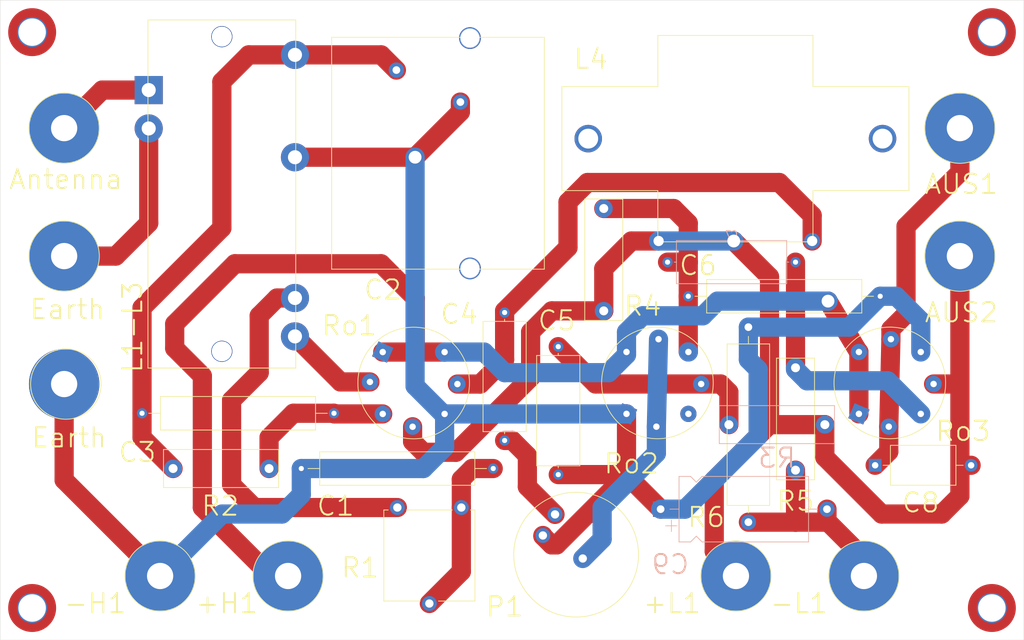
<source format=kicad_pcb>
(kicad_pcb (version 20241229) (generator "pcbnew") (generator_version "9.0")
  (layers (0 "F.Cu" signal) (2 "B.Cu" signal) (13 "F.Paste" user) (5 "F.SilkS" user "F.Silkscreen") (7 "B.SilkS" user "B.Silkscreen") (1 "F.Mask" user) (3 "B.Mask" user) (25 "Edge.Cuts" user))
  (net 0 "")
  (net 1 "Net-(+H1-Pad1)")
  (net 2 "Net-(C4-Pad1)")
  (net 3 "Net-(+L1-Pad1)")
  (net 4 "Net-(C3-Pad1)")
  (net 5 "Net-(P1-Pad2)")
  (net 6 "Net-(C5-Pad1)")
  (net 7 "Net-(-L1-Pad1)")
  (net 8 "Net-(AUS1-Pad1)")
  (net 9 "Net-(ERDE1-Pad1)")
  (net 10 "Net-(C1-Pad1)")
  (net 11 "Net-(C2-Pad1)")
  (net 12 "Net-(C4-Pad2)")
  (net 13 "Net-(ANTENNE1-Pad1)")
  (net 14 "Net-(L1-L3-Pad4)")
  (net 15 "Net-(L1-L3-Pad3)")
  (net 16 "Net-(C6-Pad1)")
  (net 17 "Net-(C7-Pad1)")
  (net 18 "Net-(H1-Pad1)")
  (net 19 "Net-(H2-Pad1)")
  (net 20 "Net-(H3-Pad1)")
  (net 21 "Net-(H4-Pad1)")
  (net 22 "Net-(-H1-Pad1)")
  (footprint "Valve:Valve_Mini_P" (layer "F.Cu") (at 129.794 90 156.8)
    (property "Reference" "Ro1" (at 6.448502 1.749106 0) (layer "F.SilkS") (effects (font (size 3 3) (thickness 0.3))))
    (property "Value" "2P2" (hide yes))
    (fp_circle (center -6.35 -2.54) (end 1.4 1.46) (stroke (width 0.12)) (fill no) (layer "F.SilkS"))
    (pad "1" thru_hole rect (at 0 0 156.8) (size 2.54 2.54) (drill 1) (layers "*.Cu" "*.Mask") (net 1 "Net-(+H1-Pad1)"))
    (pad "2" thru_hole circle (at 0 -5.08 156.8) (size 2.54 5.08) (drill 1) (layers "*.Cu" "*.Mask") (net 14 "Net-(L1-L3-Pad4)"))
    (pad "3" thru_hole circle (at -3.81 -8.89 156.8) (size 2.54 5.08) (drill 1) (layers "*.Cu" "*.Mask") (net 4 "Net-(C3-Pad1)"))
    (pad "4" thru_hole circle (at -8.89 -8.89 156.8) (size 2.54 5.08) (drill 1) (layers "*.Cu" "*.Mask") (net 3 "Net-(+L1-Pad1)"))
    (pad "5" thru_hole circle (at -12.7 -5.08 156.8) (size 2.54 5.08) (drill 1) (layers "*.Cu" "*.Mask") (net 22 "Net-(-H1-Pad1)"))
    (pad "6" thru_hole circle (at -12.7 0 156.8) (size 2.54 5.08) (drill 1) (layers "*.Cu" "*.Mask") (net 2 "Net-(C4-Pad1)"))
    (pad "7" thru_hole circle (at -8.89 3.81 156.8) (size 2.54 5.08) (drill 1) (layers "*.Cu" "*.Mask") (net 1 "Net-(+H1-Pad1)"))
  )
  (footprint "Valve:Valve_Mini_P" (layer "F.Cu") (at 167.894 99.66 -113.2)
    (property "Reference" "Ro2" (at 6.852527 -3.766037 0) (layer "F.SilkS") (effects (font (size 3 3) (thickness 0.3))))
    (property "Value" "1B2" (hide yes))
    (fp_circle (center -6.35 -2.54) (end 1.4 1.46) (stroke (width 0.12)) (fill no) (layer "F.SilkS"))
    (pad "1" thru_hole rect (at 0 0 246.8) (size 2.54 2.54) (drill 1) (layers "*.Cu" "*.Mask") (net 22 "Net-(-H1-Pad1)"))
    (pad "2" thru_hole circle (at 0 -5.08 246.8) (size 2.54 5.08) (drill 1) (layers "*.Cu" "*.Mask"))
    (pad "3" thru_hole circle (at -3.81 -8.89 246.8) (size 2.54 5.08) (drill 1) (layers "*.Cu" "*.Mask"))
    (pad "4" thru_hole circle (at -8.89 -8.89 246.8) (size 2.54 5.08) (drill 1) (layers "*.Cu" "*.Mask") (net 6 "Net-(C5-Pad1)"))
    (pad "5" thru_hole circle (at -12.7 -5.08 246.8) (size 2.54 5.08) (drill 1) (layers "*.Cu" "*.Mask") (net 16 "Net-(C6-Pad1)"))
    (pad "6" thru_hole circle (at -12.7 0 246.8) (size 2.54 5.08) (drill 1) (layers "*.Cu" "*.Mask") (net 5 "Net-(P1-Pad2)"))
    (pad "7" thru_hole circle (at -8.89 3.81 246.8) (size 2.54 5.08) (drill 1) (layers "*.Cu" "*.Mask") (net 1 "Net-(+H1-Pad1)"))
  )
  (footprint "MountingHole:MountingHole_4.3mm_M4_DIN965_Pad_TopOnly" (layer "F.Cu") (at 75 40)
    (property "Reference" "H1" (hide yes))
    (property "Value" "MountingHole_Pad" (hide yes))
    (pad "1" thru_hole circle (at 0 0) (size 4.7 4.7) (drill 4.3) (layers "*.Cu" "*.Mask") (net 18 "Net-(H1-Pad1)"))
    (pad "1" connect circle (at 0 0) (size 7.5 7.5) (layers "F.Cu" "F.Mask") (net 18 "Net-(H1-Pad1)"))
  )
  (footprint "MountingHole:MountingHole_4.3mm_M4_DIN965_Pad_TopOnly" (layer "F.Cu") (at 75 130)
    (property "Reference" "H2" (hide yes))
    (property "Value" "MountingHole_Pad" (hide yes))
    (pad "1" thru_hole circle (at 0 0) (size 4.7 4.7) (drill 4.3) (layers "*.Cu" "*.Mask") (net 19 "Net-(H2-Pad1)"))
    (pad "1" connect circle (at 0 0) (size 7.5 7.5) (layers "F.Cu" "F.Mask") (net 19 "Net-(H2-Pad1)"))
  )
  (footprint "MountingHole:MountingHole_4.3mm_M4_DIN965_Pad_TopOnly" (layer "F.Cu") (at 225 40)
    (property "Reference" "H3" (hide yes))
    (property "Value" "MountingHole_Pad" (hide yes))
    (pad "1" thru_hole circle (at 0 0) (size 4.7 4.7) (drill 4.3) (layers "*.Cu" "*.Mask") (net 20 "Net-(H3-Pad1)"))
    (pad "1" connect circle (at 0 0) (size 7.5 7.5) (layers "F.Cu" "F.Mask") (net 20 "Net-(H3-Pad1)"))
  )
  (footprint "MountingHole:MountingHole_4.3mm_M4_DIN965_Pad_TopOnly" (layer "F.Cu") (at 225 130)
    (property "Reference" "H4" (hide yes))
    (property "Value" "MountingHole_Pad" (hide yes))
    (pad "1" thru_hole circle (at 0 0) (size 4.7 4.7) (drill 4.3) (layers "*.Cu" "*.Mask") (net 21 "Net-(H4-Pad1)"))
    (pad "1" connect circle (at 0 0) (size 7.5 7.5) (layers "F.Cu" "F.Mask") (net 21 "Net-(H4-Pad1)"))
  )
  (footprint "Banana_terminals:Banana_Jack_Terminal_1Pin" (layer "F.Cu") (at 220 55)
    (property "Reference" "AUS1" (at 0.218 8.754 0) (layer "F.SilkS") (effects (font (size 3 3) (thickness 0.3))))
    (property "Value" "Conn_01x01_Female" (hide yes))
    (fp_circle (center 0 0) (end 5.5 0) (stroke (width 0.12)) (fill no) (layer "F.SilkS"))
    (pad "1" thru_hole circle (at 0 0) (size 11 11) (drill 4.1) (layers "*.Cu" "*.Mask") (net 8 "Net-(AUS1-Pad1)"))
  )
  (footprint "Banana_terminals:Banana_Jack_Terminal_1Pin" (layer "F.Cu") (at 115 125)
    (property "Reference" "+H1" (at -9.59 4.286 0) (layer "F.SilkS") (effects (font (size 3 3) (thickness 0.3))))
    (property "Value" "Conn_01x01_Female" (hide yes))
    (fp_circle (center 0 0) (end 5.5 0) (stroke (width 0.12)) (fill no) (layer "F.SilkS"))
    (pad "1" thru_hole circle (at 0 0) (size 11 11) (drill 4.1) (layers "*.Cu" "*.Mask") (net 1 "Net-(+H1-Pad1)"))
  )
  (footprint "Banana_terminals:Banana_Jack_Terminal_1Pin" (layer "F.Cu") (at 80 55)
    (property "Reference" "ANTENNE1" (hide yes))
    (property "Value" "Conn_01x01_Female" (hide yes))
    (fp_circle (center 0 0) (end 5.5 0) (stroke (width 0.12)) (fill no) (layer "F.SilkS"))
    (pad "1" thru_hole circle (at 0 0) (size 11 11) (drill 4.1) (layers "*.Cu" "*.Mask") (net 13 "Net-(ANTENNE1-Pad1)"))
  )
  (footprint "Banana_terminals:Banana_Jack_Terminal_1Pin" (layer "F.Cu") (at 220 75)
    (property "Reference" "AUS2" (at 0.218 8.82 0) (layer "F.SilkS") (effects (font (size 3 3) (thickness 0.3))))
    (property "Value" "Conn_01x01_Female" (hide yes))
    (fp_circle (center 0 0) (end 5.5 0) (stroke (width 0.12)) (fill no) (layer "F.SilkS"))
    (pad "1" thru_hole circle (at 0 0) (size 11 11) (drill 4.1) (layers "*.Cu" "*.Mask") (net 3 "Net-(+L1-Pad1)"))
  )
  (footprint "Banana_terminals:Banana_Jack_Terminal_1Pin" (layer "F.Cu") (at 80 75)
    (property "Reference" "ERDE1" (hide yes))
    (property "Value" "Conn_01x01_Female" (hide yes))
    (fp_circle (center 0 0) (end 5.5 0) (stroke (width 0.12)) (fill no) (layer "F.SilkS"))
    (pad "1" thru_hole circle (at 0 0) (size 11 11) (drill 4.1) (layers "*.Cu" "*.Mask") (net 9 "Net-(ERDE1-Pad1)"))
  )
  (footprint "Banana_terminals:Banana_Jack_Terminal_1Pin" (layer "F.Cu") (at 185 125)
    (property "Reference" "+L1" (at -9.994 4.286 0) (layer "F.SilkS") (effects (font (size 3 3) (thickness 0.3))))
    (property "Value" "Conn_01x01_Female" (hide yes))
    (fp_circle (center 0 0) (end 5.5 0) (stroke (width 0.12)) (fill no) (layer "F.SilkS"))
    (pad "1" thru_hole circle (at 0 0) (size 11 11) (drill 4.1) (layers "*.Cu" "*.Mask") (net 3 "Net-(+L1-Pad1)"))
  )
  (footprint "Banana_terminals:Banana_Jack_Terminal_1Pin" (layer "F.Cu") (at 95 125)
    (property "Reference" "-H1" (at -10.164 4.286 0) (layer "F.SilkS") (effects (font (size 3 3) (thickness 0.3))))
    (property "Value" "Conn_01x01_Female" (hide yes))
    (fp_circle (center 0 0) (end 5.5 0) (stroke (width 0.12)) (fill no) (layer "F.SilkS"))
    (pad "1" thru_hole circle (at 0 0) (size 11 11) (drill 4.1) (layers "*.Cu" "*.Mask") (net 22 "Net-(-H1-Pad1)"))
  )
  (footprint "Banana_terminals:Banana_Jack_Terminal_1Pin" (layer "F.Cu") (at 205 125)
    (property "Reference" "-L1" (at -10.182 4.286 0) (layer "F.SilkS") (effects (font (size 3 3) (thickness 0.3))))
    (property "Value" "Conn_01x01_Female" (hide yes))
    (fp_circle (center 0 0) (end 5.5 0) (stroke (width 0.12)) (fill no) (layer "F.SilkS"))
    (pad "1" thru_hole circle (at 0 0) (size 11 11) (drill 4.1) (layers "*.Cu" "*.Mask") (net 7 "Net-(-L1-Pad1)"))
  )
  (footprint "Capacitor_THT:C_Axial_L17.0mm_D6.5mm_P20.00mm_Horizontal" (layer "F.Cu") (at 148.844 83.82 -90)
    (property "Reference" "C4" (at 0.254 7.112 180) (layer "F.SilkS") (effects (font (size 3 3) (thickness 0.3))))
    (property "Value" "39nF" (hide yes))
    (fp_line (start 1.38 3.37) (end 18.62 3.37) (stroke (width 0.12)) (layer "F.SilkS"))
    (fp_line (start 18.62 3.37) (end 18.62 -3.37) (stroke (width 0.12)) (layer "F.SilkS"))
    (fp_line (start 1.04 0) (end 1.38 0) (stroke (width 0.12)) (layer "F.SilkS"))
    (fp_line (start 18.96 0) (end 18.62 0) (stroke (width 0.12)) (layer "F.SilkS"))
    (fp_line (start 1.38 -3.37) (end 1.38 3.37) (stroke (width 0.12)) (layer "F.SilkS"))
    (fp_line (start 18.62 -3.37) (end 1.38 -3.37) (stroke (width 0.12)) (layer "F.SilkS"))
    (pad "1" thru_hole circle (at 0 0 270) (size 1.6 1.6) (drill 0.8) (layers "*.Cu" "*.Mask") (net 2 "Net-(C4-Pad1)"))
    (pad "2" thru_hole oval (at 20 0 270) (size 1.6 1.6) (drill 0.8) (layers "*.Cu" "*.Mask") (net 12 "Net-(C4-Pad2)"))
  )
  (footprint "Capacitor_THT:C_Axial_L17.0mm_D6.5mm_P20.00mm_Horizontal" (layer "F.Cu") (at 157.226 89.154 -90)
    (property "Reference" "C5" (at -4.064 0.254 180) (layer "F.SilkS") (effects (font (size 3 3) (thickness 0.3))))
    (property "Value" "39nF" (hide yes))
    (fp_line (start 1.38 3.37) (end 18.62 3.37) (stroke (width 0.12)) (layer "F.SilkS"))
    (fp_line (start 18.62 3.37) (end 18.62 -3.37) (stroke (width 0.12)) (layer "F.SilkS"))
    (fp_line (start 1.04 0) (end 1.38 0) (stroke (width 0.12)) (layer "F.SilkS"))
    (fp_line (start 18.96 0) (end 18.62 0) (stroke (width 0.12)) (layer "F.SilkS"))
    (fp_line (start 1.38 -3.37) (end 1.38 3.37) (stroke (width 0.12)) (layer "F.SilkS"))
    (fp_line (start 18.62 -3.37) (end 1.38 -3.37) (stroke (width 0.12)) (layer "F.SilkS"))
    (pad "1" thru_hole circle (at 0 0 270) (size 1.6 1.6) (drill 0.8) (layers "*.Cu" "*.Mask") (net 6 "Net-(C5-Pad1)"))
    (pad "2" thru_hole oval (at 20 0 270) (size 1.6 1.6) (drill 0.8) (layers "*.Cu" "*.Mask") (net 22 "Net-(-H1-Pad1)"))
  )
  (footprint "cbaurtx:R_Vintage_17mm_D7mm_P16mm_Horizontal" (layer "F.Cu") (at 194.31 92.456 -90)
    (property "Reference" "R5" (at 20.828 0 180) (layer "F.SilkS") (effects (font (size 3 3) (thickness 0.3))))
    (property "Value" "300kΩ" (hide yes))
    (fp_line (start -1.5 2.97) (end 17.5 2.97) (stroke (width 0.12)) (layer "F.SilkS"))
    (fp_line (start 17.5 2.97) (end 17.5 -2.97) (stroke (width 0.12)) (layer "F.SilkS"))
    (fp_line (start -1.5 -2.97) (end -1.5 2.97) (stroke (width 0.12)) (layer "F.SilkS"))
    (fp_line (start 17.5 -2.97) (end -1.5 -2.97) (stroke (width 0.12)) (layer "F.SilkS"))
    (pad "1" thru_hole circle (at 0 0 270) (size 2.8 2.8) (drill 1.4) (layers "*.Cu" "*.Mask") (net 17 "Net-(C7-Pad1)"))
    (pad "2" thru_hole oval (at 16 0 270) (size 2.8 2.8) (drill 1.4) (layers "*.Cu" "*.Mask") (net 7 "Net-(-L1-Pad1)"))
  )
  (footprint "Resistor_THT:R_Axial_Power_L25.0mm_W6.4mm_P30.48mm" (layer "F.Cu") (at 186.944 86.106 -90)
    (property "Reference" "R6" (at 29.718 6.604 180) (layer "F.SilkS") (effects (font (size 3 3) (thickness 0.3))))
    (property "Value" "300Ω" (hide yes))
    (fp_line (start 2.62 3.32) (end 27.86 3.32) (stroke (width 0.12)) (layer "F.SilkS"))
    (fp_line (start 27.86 3.32) (end 27.86 -3.32) (stroke (width 0.12)) (layer "F.SilkS"))
    (fp_line (start 1.44 0) (end 2.62 0) (stroke (width 0.12)) (layer "F.SilkS"))
    (fp_line (start 29.04 0) (end 27.86 0) (stroke (width 0.12)) (layer "F.SilkS"))
    (fp_line (start 2.62 -3.32) (end 2.62 3.32) (stroke (width 0.12)) (layer "F.SilkS"))
    (fp_line (start 27.86 -3.32) (end 2.62 -3.32) (stroke (width 0.12)) (layer "F.SilkS"))
    (pad "1" thru_hole circle (at 0 0 270) (size 2.4 2.4) (drill 1.2) (layers "*.Cu" "*.Mask") (net 22 "Net-(-H1-Pad1)"))
    (pad "2" thru_hole oval (at 30.48 0 270) (size 2.4 2.4) (drill 1.2) (layers "*.Cu" "*.Mask") (net 7 "Net-(-L1-Pad1)"))
  )
  (footprint "cbaurtx:C_Axial_L25.0mm_D5.0mm_P30.00mm_Horizontal" (layer "F.Cu") (at 177.546 81.28)
    (property "Reference" "C6" (at 1.524 -4.826 0) (layer "F.SilkS") (effects (font (size 3 3) (thickness 0.3))))
    (property "Value" "270pF" (hide yes))
    (fp_line (start 1.04 0) (end 2.88 0) (stroke (width 0.12)) (layer "F.SilkS"))
    (fp_line (start 2.88 -2.62) (end 2.88 2.62) (stroke (width 0.12)) (layer "F.SilkS"))
    (fp_line (start 2.88 2.62) (end 27.12 2.62) (stroke (width 0.12)) (layer "F.SilkS"))
    (fp_line (start 27.12 -2.62) (end 2.88 -2.62) (stroke (width 0.12)) (layer "F.SilkS"))
    (fp_line (start 27.12 2.62) (end 27.12 -2.62) (stroke (width 0.12)) (layer "F.SilkS"))
    (fp_line (start 28.96 0) (end 27.12 0) (stroke (width 0.12)) (layer "F.SilkS"))
    (pad "1" thru_hole circle (at 0 0) (size 1.6 1.6) (drill 0.8) (layers "*.Cu" "*.Mask") (net 16 "Net-(C6-Pad1)"))
    (pad "2" thru_hole oval (at 30 0) (size 1.6 1.6) (drill 0.8) (layers "*.Cu" "*.Mask") (net 22 "Net-(-H1-Pad1)"))
  )
  (footprint "cbaurtx:C_Axial_L25.0mm_D5.0mm_P30.00mm_Horizontal" (layer "F.Cu") (at 122.174 99.568 180)
    (property "Reference" "C3" (at 30.734 -6.096 0) (layer "F.SilkS") (effects (font (size 3 3) (thickness 0.3))))
    (property "Value" "270pF" (hide yes))
    (fp_line (start 28.96 0) (end 27.12 0) (stroke (width 0.12)) (layer "F.SilkS"))
    (fp_line (start 27.12 2.62) (end 27.12 -2.62) (stroke (width 0.12)) (layer "F.SilkS"))
    (fp_line (start 27.12 -2.62) (end 2.88 -2.62) (stroke (width 0.12)) (layer "F.SilkS"))
    (fp_line (start 2.88 2.62) (end 27.12 2.62) (stroke (width 0.12)) (layer "F.SilkS"))
    (fp_line (start 2.88 -2.62) (end 2.88 2.62) (stroke (width 0.12)) (layer "F.SilkS"))
    (fp_line (start 1.04 0) (end 2.88 0) (stroke (width 0.12)) (layer "F.SilkS"))
    (pad "1" thru_hole circle (at 0 0 180) (size 1.6 1.6) (drill 0.8) (layers "*.Cu" "*.Mask") (net 4 "Net-(C3-Pad1)"))
    (pad "2" thru_hole oval (at 30 0 180) (size 1.6 1.6) (drill 0.8) (layers "*.Cu" "*.Mask") (net 11 "Net-(C2-Pad1)"))
  )
  (footprint "cbaurtx:R_Vintage_17mm_D7mm_P16mm_Horizontal" (layer "F.Cu") (at 164.338 67.564 -90)
    (property "Reference" "R4" (at 15.24 -6.096 180) (layer "F.SilkS") (effects (font (size 3 3) (thickness 0.3))))
    (property "Value" "270kΩ" (hide yes))
    (fp_line (start -1.5 2.97) (end 17.5 2.97) (stroke (width 0.12)) (layer "F.SilkS"))
    (fp_line (start 17.5 2.97) (end 17.5 -2.97) (stroke (width 0.12)) (layer "F.SilkS"))
    (fp_line (start -1.5 -2.97) (end -1.5 2.97) (stroke (width 0.12)) (layer "F.SilkS"))
    (fp_line (start 17.5 -2.97) (end -1.5 -2.97) (stroke (width 0.12)) (layer "F.SilkS"))
    (pad "1" thru_hole circle (at 0 0 270) (size 2.8 2.8) (drill 1.4) (layers "*.Cu" "*.Mask") (net 16 "Net-(C6-Pad1)"))
    (pad "2" thru_hole oval (at 16 0 270) (size 2.8 2.8) (drill 1.4) (layers "*.Cu" "*.Mask") (net 3 "Net-(+L1-Pad1)"))
  )
  (footprint "cbaurtx:C_Var_L36mm_W33mm" (layer "F.Cu") (at 138.43 58.928 -90)
    (property "Reference" "C2" (at 21.336 8.636 0) (layer "F.SilkS") (effects (font (size 3 3) (thickness 0.3))))
    (property "Value" "360pF" (hide yes))
    (fp_line (start -18.12 16.62) (end 18.12 16.62) (stroke (width 0.12)) (layer "F.SilkS"))
    (fp_line (start -18.12 -16.62) (end -18.12 16.62) (stroke (width 0.12)) (layer "F.SilkS"))
    (fp_line (start -18.12 -16.62) (end 18.12 -16.62) (stroke (width 0.12)) (layer "F.SilkS"))
    (fp_line (start 18.12 -16.62) (end 18.12 16.62) (stroke (width 0.12)) (layer "F.SilkS"))
    (pad "" thru_hole circle (at -18 -5 270) (size 3.4 3.4) (drill 3) (layers "*.Cu" "*.Mask"))
    (pad "" thru_hole circle (at 18 -5 270) (size 3.4 3.4) (drill 3) (layers "*.Cu" "*.Mask"))
    (pad "1" thru_hole circle (at -13 6.5 270) (size 2.4 2.4) (drill 1.2) (layers "*.Cu" "*.Mask") (net 11 "Net-(C2-Pad1)"))
    (pad "2" thru_hole circle (at -8 -3.5 270) (size 2.4 2.4) (drill 1.2) (layers "*.Cu" "*.Mask") (net 22 "Net-(-H1-Pad1)"))
  )
  (footprint "cbaurtx:C_Axial_L25.0mm_D5.0mm_P30.00mm_Horizontal" (layer "F.Cu") (at 147.066 108.204 180)
    (property "Reference" "C1" (at 24.638 -5.842 0) (layer "F.SilkS") (effects (font (size 3 3) (thickness 0.3))))
    (property "Value" "270pF" (hide yes))
    (fp_line (start 28.96 0) (end 27.12 0) (stroke (width 0.12)) (layer "F.SilkS"))
    (fp_line (start 27.12 2.62) (end 27.12 -2.62) (stroke (width 0.12)) (layer "F.SilkS"))
    (fp_line (start 27.12 -2.62) (end 2.88 -2.62) (stroke (width 0.12)) (layer "F.SilkS"))
    (fp_line (start 2.88 2.62) (end 27.12 2.62) (stroke (width 0.12)) (layer "F.SilkS"))
    (fp_line (start 2.88 -2.62) (end 2.88 2.62) (stroke (width 0.12)) (layer "F.SilkS"))
    (fp_line (start 1.04 0) (end 2.88 0) (stroke (width 0.12)) (layer "F.SilkS"))
    (pad "1" thru_hole circle (at 0 0 180) (size 1.6 1.6) (drill 0.8) (layers "*.Cu" "*.Mask") (net 10 "Net-(C1-Pad1)"))
    (pad "2" thru_hole oval (at 30 0 180) (size 1.6 1.6) (drill 0.8) (layers "*.Cu" "*.Mask") (net 22 "Net-(-H1-Pad1)"))
  )
  (footprint "cbaurtx:L_37mmx15mm" (layer "F.Cu") (at 184.912 56.642)
    (property "Reference" "L4" (at -22.606 -12.446 0) (layer "F.SilkS") (effects (font (size 3 3) (thickness 0.3))))
    (property "Value" "10H" (hide yes))
    (fp_line (start -27.125 -8.125) (end -27.125 8.125) (stroke (width 0.12)) (layer "F.SilkS"))
    (fp_line (start -12.125 -16.125) (end -12.125 -8.125) (stroke (width 0.12)) (layer "F.SilkS"))
    (fp_line (start -12.125 -8.125) (end -27.125 -8.125) (stroke (width 0.12)) (layer "F.SilkS"))
    (fp_line (start -12.125 8.125) (end -27.125 8.125) (stroke (width 0.12)) (layer "F.SilkS"))
    (fp_line (start -12.125 8.125) (end -12.125 16.125) (stroke (width 0.12)) (layer "F.SilkS"))
    (fp_line (start 12.125 -16.125) (end -12.125 -16.125) (stroke (width 0.12)) (layer "F.SilkS"))
    (fp_line (start 12.125 -16.125) (end 12.125 -8.125) (stroke (width 0.12)) (layer "F.SilkS"))
    (fp_line (start 12.125 8.125) (end 12.125 16.125) (stroke (width 0.12)) (layer "F.SilkS"))
    (fp_line (start 12.125 16.125) (end -12.125 16.125) (stroke (width 0.12)) (layer "F.SilkS"))
    (fp_line (start 27.125 -8.125) (end 12.125 -8.125) (stroke (width 0.12)) (layer "F.SilkS"))
    (fp_line (start 27.125 -8.125) (end 27.125 8.125) (stroke (width 0.12)) (layer "F.SilkS"))
    (fp_line (start 27.125 8.125) (end 12.125 8.125) (stroke (width 0.12)) (layer "F.SilkS"))
    (pad "" thru_hole circle (at 23 0) (size 4.3 4.3) (drill 3.1) (layers "*.Cu" "*.Mask"))
    (pad " " thru_hole circle (at -23 0) (size 4.3 4.3) (drill 3.1) (layers "*.Cu" "*.Mask"))
    (pad "1" thru_hole circle (at -12 16) (size 2.5 2.5) (drill 1.6) (layers "*.Cu" "*.Mask") (net 3 "Net-(+L1-Pad1)"))
    (pad "2" thru_hole circle (at 12 16) (size 2.5 2.5) (drill 1.6) (layers "*.Cu" "*.Mask") (net 2 "Net-(C4-Pad1)"))
  )
  (footprint "cbaurtx:Potentiometer_Round_D19_Vertical" (layer "F.Cu") (at 160.02 121.666 -120)
    (property "Reference" "P1" (at 12.627054 5.6147 0) (layer "F.SilkS") (effects (font (size 3 3) (thickness 0.3))))
    (property "Value" "500kΩ" (hide yes))
    (fp_circle (center 0 0) (end 9.75 0) (stroke (width 0.12)) (fill no) (layer "F.SilkS"))
    (pad "1" thru_hole circle (at -3.800001 6 240) (size 2.34 2.34) (drill 1.3) (layers "*.Cu" "*.Mask") (net 12 "Net-(C4-Pad2)"))
    (pad "2" thru_hole circle (at 0 -1.2 240) (size 2.34 2.34) (drill 1.3) (layers "*.Cu" "*.Mask") (net 5 "Net-(P1-Pad2)"))
    (pad "3" thru_hole circle (at 0 6 240) (size 2.34 2.34) (drill 1.3) (layers "*.Cu" "*.Mask") (net 22 "Net-(-H1-Pad1)"))
  )
  (footprint "cbaurtx:L_Antennal_L72mm_D23mm" (layer "F.Cu") (at 95.758 89.662 90)
    (property "Reference" "L1-L3" (at 3.556 -5.08 90) (layer "F.SilkS") (effects (font (size 3 3) (thickness 0.3))))
    (property "Value" "Koppelspule" (hide yes))
    (fp_line (start 51.5804 -2.66) (end -2.8396 -2.66) (stroke (width 0.12)) (layer "F.SilkS"))
    (fp_line (start 51.5804 -2.66) (end 51.5804 20.44) (stroke (width 0.12)) (layer "F.SilkS"))
    (fp_line (start -2.8396 -2.66) (end -2.8396 20.44) (stroke (width 0.12)) (layer "F.SilkS"))
    (fp_line (start 51.5804 20.44) (end -2.8396 20.44) (stroke (width 0.12)) (layer "F.SilkS"))
    (pad "" thru_hole circle (at -0.2196 8.89 90) (size 3.3 3.3) (drill 3.1) (layers "*.Cu" "*.Mask"))
    (pad "" thru_hole circle (at 48.9604 8.89 90) (size 3.3 3.3) (drill 3.1) (layers "*.Cu" "*.Mask"))
    (pad "1" thru_hole rect (at 40.6104 -2.54 90) (size 4.4 4.4) (drill 2.2) (layers "*.Cu" "*.Mask") (net 13 "Net-(ANTENNE1-Pad1)"))
    (pad "2" thru_hole circle (at 34.6104 -2.54 90) (size 4.4 4.4) (drill 2.2) (layers "*.Cu" "*.Mask") (net 9 "Net-(ERDE1-Pad1)"))
    (pad "3" thru_hole circle (at 8.1104 20.32 90) (size 4.4 4.4) (drill 2.2) (layers "*.Cu" "*.Mask") (net 15 "Net-(L1-L3-Pad3)"))
    (pad "4" thru_hole circle (at 2.1104 20.32 90) (size 4.4 4.4) (drill 2.2) (layers "*.Cu" "*.Mask") (net 14 "Net-(L1-L3-Pad4)"))
    (pad "5" thru_hole circle (at 46.1104 20.32 90) (size 4.4 4.4) (drill 2.2) (layers "*.Cu" "*.Mask") (net 11 "Net-(C2-Pad1)"))
    (pad "6" thru_hole circle (at 30.1104 20.32 90) (size 4.4 4.4) (drill 2.2) (layers "*.Cu" "*.Mask") (net 22 "Net-(-H1-Pad1)"))
  )
  (footprint "Valve:Valve_Mini_P" (layer "F.Cu") (at 204.216 99.66 -113.2)
    (property "Reference" "Ro3" (at -3.920416 -16.005895 0) (layer "F.SilkS") (effects (font (size 3 3) (thickness 0.3))))
    (property "Value" "2P2" (hide yes))
    (fp_circle (center -6.35 -2.54) (end 1.4 1.46) (stroke (width 0.12)) (fill no) (layer "F.SilkS"))
    (pad "1" thru_hole rect (at 0 0 246.8) (size 2.54 2.54) (drill 1) (layers "*.Cu" "*.Mask") (net 1 "Net-(+H1-Pad1)"))
    (pad "2" thru_hole circle (at 0 -5.08 246.8) (size 2.54 5.08) (drill 1) (layers "*.Cu" "*.Mask") (net 8 "Net-(AUS1-Pad1)"))
    (pad "3" thru_hole circle (at -3.81 -8.89 246.8) (size 2.54 5.08) (drill 1) (layers "*.Cu" "*.Mask") (net 17 "Net-(C7-Pad1)"))
    (pad "4" thru_hole circle (at -8.89 -8.89 246.8) (size 2.54 5.08) (drill 1) (layers "*.Cu" "*.Mask") (net 3 "Net-(+L1-Pad1)"))
    (pad "5" thru_hole circle (at -12.7 -5.08 246.8) (size 2.54 5.08) (drill 1) (layers "*.Cu" "*.Mask") (net 22 "Net-(-H1-Pad1)"))
    (pad "6" thru_hole circle (at -12.7 0 246.8) (size 2.54 5.08) (drill 1) (layers "*.Cu" "*.Mask") (net 8 "Net-(AUS1-Pad1)"))
    (pad "7" thru_hole circle (at -8.89 3.81 246.8) (size 2.54 5.08) (drill 1) (layers "*.Cu" "*.Mask") (net 1 "Net-(+H1-Pad1)"))
  )
  (footprint "Potentiometer_THT:Potentiometer_ACP_CA14V-15_Vertical" (layer "F.Cu") (at 132.08 114.3 -90)
    (property "Reference" "R1" (at 9.398 5.842 180) (layer "F.SilkS") (effects (font (size 3 3) (thickness 0.3))))
    (property "Value" "10kΩ" (hide yes))
    (fp_line (start 0.38 2.12) (end 14.62 2.12) (stroke (width 0.12)) (layer "F.SilkS"))
    (fp_line (start 0.38 1.425) (end 0.38 2.12) (stroke (width 0.12)) (layer "F.SilkS"))
    (fp_line (start 14.62 -3.575) (end 14.62 2.12) (stroke (width 0.12)) (layer "F.SilkS"))
    (fp_line (start 0.38 -8.574) (end 0.38 -1.425) (stroke (width 0.12)) (layer "F.SilkS"))
    (fp_line (start 0.38 -12.12) (end 0.38 -11.426) (stroke (width 0.12)) (layer "F.SilkS"))
    (fp_line (start 0.38 -12.12) (end 14.62 -12.12) (stroke (width 0.12)) (layer "F.SilkS"))
    (fp_line (start 14.62 -12.12) (end 14.62 -6.425) (stroke (width 0.12)) (layer "F.SilkS"))
    (pad "1" thru_hole circle (at 0 0 270) (size 2.34 2.34) (drill 1.3) (layers "*.Cu" "*.Mask") (net 15 "Net-(L1-L3-Pad3)"))
    (pad "2" thru_hole circle (at 15 -5 270) (size 2.34 2.34) (drill 1.3) (layers "*.Cu" "*.Mask") (net 10 "Net-(C1-Pad1)"))
    (pad "3" thru_hole circle (at 0 -10 270) (size 2.34 2.34) (drill 1.3) (layers "*.Cu" "*.Mask") (net 10 "Net-(C1-Pad1)"))
  )
  (footprint "cbaurtx:R_Vintage_17mm_D7mm_P15mm_Horizontal" (layer "F.Cu") (at 97.028 108.204)
    (property "Reference" "R2" (at 7.366 5.842 180) (layer "F.SilkS") (effects (font (size 3 3) (thickness 0.3))))
    (property "Value" "2MΩ" (hide yes))
    (fp_line (start -1.5 -2.97) (end -1.5 2.97) (stroke (width 0.12)) (layer "F.SilkS"))
    (fp_line (start -1.5 2.97) (end 16.5 2.97) (stroke (width 0.12)) (layer "F.SilkS"))
    (fp_line (start 16.5 -2.97) (end -1.5 -2.97) (stroke (width 0.12)) (layer "F.SilkS"))
    (fp_line (start 16.5 2.97) (end 16.5 -2.97) (stroke (width 0.12)) (layer "F.SilkS"))
    (pad "1" thru_hole circle (at 0 0) (size 2.8 2.8) (drill 1.4) (layers "*.Cu" "*.Mask") (net 11 "Net-(C2-Pad1)"))
    (pad "2" thru_hole oval (at 15 0) (size 2.8 2.8) (drill 1.4) (layers "*.Cu" "*.Mask") (net 4 "Net-(C3-Pad1)"))
  )
  (footprint "Banana_terminals:Banana_Jack_Terminal_1Pin" (layer "F.Cu") (at 80.264 95)
    (property "Reference" "E1" (hide yes))
    (property "Value" "Erde" (hide yes))
    (fp_circle (center 0 0) (end 5.5 0) (stroke (width 0.12)) (fill no) (layer "F.SilkS"))
    (pad "1" thru_hole circle (at -0.264 0) (size 11 11) (drill 4.1) (layers "*.Cu" "*.Mask") (net 22 "Net-(-H1-Pad1)"))
  )
  (footprint "cbaurtx:C_Axial_L10.0mm_D6.0mm_P15.00mm_Horizontal" (layer "F.Cu") (at 206.756 107.696)
    (property "Reference" "C8" (at 7.112 5.842 0) (layer "F.SilkS") (effects (font (size 3 3) (thickness 0.3))))
    (property "Value" "10nF" (hide yes))
    (fp_line (start 1.24 0) (end 2.38 0) (stroke (width 0.12)) (layer "F.SilkS"))
    (fp_line (start 2.38 -3.12) (end 2.38 3.12) (stroke (width 0.12)) (layer "F.SilkS"))
    (fp_line (start 2.38 -3.12) (end 12.62 -3.12) (stroke (width 0.12)) (layer "F.SilkS"))
    (fp_line (start 2.38 3.12) (end 12.62 3.12) (stroke (width 0.12)) (layer "F.SilkS"))
    (fp_line (start 12.62 -3.12) (end 12.62 3.12) (stroke (width 0.12)) (layer "F.SilkS"))
    (fp_line (start 13.76 0) (end 12.62 0) (stroke (width 0.12)) (layer "F.SilkS"))
    (pad "1" thru_hole rect (at 0 0) (size 2 2) (drill 1) (layers "*.Cu" "*.Mask") (net 8 "Net-(AUS1-Pad1)"))
    (pad "2" thru_hole oval (at 15 0) (size 2 2) (drill 1) (layers "*.Cu" "*.Mask") (net 3 "Net-(+L1-Pad1)"))
  )
  (footprint "Capacitor_THT:C_Axial_L17.0mm_D6.5mm_P20.00mm_Horizontal" (layer "B.Cu") (at 194.31 75.946 180)
    (property "Reference" "C7" (at 10 4.37 0) (layer "B.SilkS") (effects (justify mirror)))
    (property "Value" "39nF" (hide yes))
    (fp_line (start 18.96 0) (end 18.62 0) (stroke (width 0.12)) (layer "B.SilkS"))
    (fp_line (start 18.62 3.37) (end 1.38 3.37) (stroke (width 0.12)) (layer "B.SilkS"))
    (fp_line (start 18.62 -3.37) (end 18.62 3.37) (stroke (width 0.12)) (layer "B.SilkS"))
    (fp_line (start 1.38 3.37) (end 1.38 -3.37) (stroke (width 0.12)) (layer "B.SilkS"))
    (fp_line (start 1.38 -3.37) (end 18.62 -3.37) (stroke (width 0.12)) (layer "B.SilkS"))
    (fp_line (start 1.04 0) (end 1.38 0) (stroke (width 0.12)) (layer "B.SilkS"))
    (pad "1" thru_hole circle (at 0 0 180) (size 1.6 1.6) (drill 0.8) (layers "*.Cu" "*.Mask") (net 17 "Net-(C7-Pad1)"))
    (pad "2" thru_hole oval (at 20 0 180) (size 1.6 1.6) (drill 0.8) (layers "*.Cu" "*.Mask") (net 16 "Net-(C6-Pad1)"))
  )
  (footprint "Capacitor_THT:CP_Axial_L20.0mm_D10.0mm_P26.00mm_Horizontal" (layer "B.Cu") (at 173.228 114.554)
    (property "Reference" "C9" (at 1.524 8.636 0) (layer "B.SilkS") (effects (font (size 3 3) (thickness 0.3)) (justify mirror)))
    (property "Value" "47µF" (hide yes))
    (fp_line (start 0.78 2.6) (end 2.58 2.6) (stroke (width 0.12)) (layer "B.SilkS"))
    (fp_line (start 1.44 0) (end 2.88 0) (stroke (width 0.12)) (layer "B.SilkS"))
    (fp_line (start 1.68 3.5) (end 1.68 1.7) (stroke (width 0.12)) (layer "B.SilkS"))
    (fp_line (start 2.88 -5.12) (end 4.68 -5.12) (stroke (width 0.12)) (layer "B.SilkS"))
    (fp_line (start 2.88 5.12) (end 2.88 -5.12) (stroke (width 0.12)) (layer "B.SilkS"))
    (fp_line (start 2.88 5.12) (end 4.68 5.12) (stroke (width 0.12)) (layer "B.SilkS"))
    (fp_line (start 4.68 -5.12) (end 5.58 -4.22) (stroke (width 0.12)) (layer "B.SilkS"))
    (fp_line (start 4.68 5.12) (end 5.58 4.22) (stroke (width 0.12)) (layer "B.SilkS"))
    (fp_line (start 5.58 -4.22) (end 6.48 -5.12) (stroke (width 0.12)) (layer "B.SilkS"))
    (fp_line (start 5.58 4.22) (end 6.48 5.12) (stroke (width 0.12)) (layer "B.SilkS"))
    (fp_line (start 6.48 -5.12) (end 23.12 -5.12) (stroke (width 0.12)) (layer "B.SilkS"))
    (fp_line (start 6.48 5.12) (end 23.12 5.12) (stroke (width 0.12)) (layer "B.SilkS"))
    (fp_line (start 23.12 5.12) (end 23.12 -5.12) (stroke (width 0.12)) (layer "B.SilkS"))
    (fp_line (start 24.56 0) (end 23.12 0) (stroke (width 0.12)) (layer "B.SilkS"))
    (pad "1" thru_hole rect (at 0 0) (size 2.4 2.4) (drill 1.2) (layers "*.Cu" "*.Mask") (net 22 "Net-(-H1-Pad1)"))
    (pad "2" thru_hole oval (at 26 0) (size 2.4 2.4) (drill 1.2) (layers "*.Cu" "*.Mask") (net 7 "Net-(-L1-Pad1)"))
  )
  (footprint "cbaurtx:R_Vintage_17mm_D7mm_P15mm_Horizontal" (layer "B.Cu") (at 183.896 101.346)
    (property "Reference" "R3" (at 7.5 5.2 0) (layer "B.SilkS") (effects (font (size 3 3) (thickness 0.3)) (justify mirror)))
    (property "Value" "2MΩ" (hide yes))
    (fp_line (start -1.5 -2.97) (end 16.5 -2.97) (stroke (width 0.12)) (layer "B.SilkS"))
    (fp_line (start -1.5 2.97) (end -1.5 -2.97) (stroke (width 0.12)) (layer "B.SilkS"))
    (fp_line (start 16.5 -2.97) (end 16.5 2.97) (stroke (width 0.12)) (layer "B.SilkS"))
    (fp_line (start 16.5 2.97) (end -1.5 2.97) (stroke (width 0.12)) (layer "B.SilkS"))
    (pad "1" thru_hole circle (at 0 0) (size 2.8 2.8) (drill 1.4) (layers "*.Cu" "*.Mask") (net 6 "Net-(C5-Pad1)"))
    (pad "2" thru_hole oval (at 15 0) (size 2.8 2.8) (drill 1.4) (layers "*.Cu" "*.Mask") (net 3 "Net-(+L1-Pad1)"))
  )
  (gr_line (start 230 135) (end 230 35) (stroke (width 0.05)) (layer "Edge.Cuts"))
  (gr_line (start 70 135) (end 230 135) (stroke (width 0.05)) (layer "Edge.Cuts"))
  (gr_line (start 70 35) (end 230 35) (stroke (width 0.05)) (layer "Edge.Cuts"))
  (gr_line (start 70 135) (end 70 35) (stroke (width 0.05)) (layer "Edge.Cuts"))
  (gr_text "Antenna" (at 80.264 62.992 0) (layer "F.SilkS") (effects (font (size 3 3) (thickness 0.3))))
  (gr_text "Earth" (at 80.518 83.312 0) (layer "F.SilkS") (effects (font (size 3 3) (thickness 0.3))))
  (gr_text "Earth" (at 80.772 103.378 0) (layer "F.SilkS") (effects (font (size 3 3) (thickness 0.3))))
  (segment (start 97.282 85.598) (end 106.68 76.2) (width 3) (layer "F.Cu") (net 1))
  (segment (start 129.794 90) (end 134.958 90) (width 3) (layer "F.Cu") (net 1))
  (segment (start 97.282 89.408) (end 97.282 85.598) (width 3) (layer "F.Cu") (net 1))
  (segment (start 134.958 90) (end 139.465794 90) (width 3) (layer "F.Cu") (net 1))
  (segment (start 112.3 125) (end 101.6 114.3) (width 3) (layer "F.Cu") (net 1))
  (segment (start 204.216238 89.987968) (end 204.216238 99.659762) (width 3) (layer "F.Cu") (net 1))
  (segment (start 129.54 76.2) (end 134.874 81.534) (width 3) (layer "F.Cu") (net 1))
  (segment (start 101.6 114.3) (end 101.6 93.726) (width 3) (layer "F.Cu") (net 1))
  (segment (start 134.874 81.534) (end 134.874 89.916) (width 3) (layer "F.Cu") (net 1))
  (segment (start 106.68 76.2) (end 129.54 76.2) (width 3) (layer "F.Cu") (net 1))
  (segment (start 204.216238 89.987968) (end 204.160968 89.987968) (width 3) (layer "F.Cu") (net 1))
  (segment (start 101.6 93.726) (end 97.282 89.408) (width 3) (layer "F.Cu") (net 1))
  (segment (start 134.874 89.916) (end 134.958 90) (width 3) (layer "F.Cu") (net 1))
  (segment (start 204.160968 89.987968) (end 199.39 82.042) (width 3) (layer "F.Cu") (net 1))
  (segment (start 139.465794 90) (end 139.466032 90.000238) (width 3) (layer "F.Cu") (net 1))
  (via (at 199.39 82.042) (size 3) (drill 2) (layers "F.Cu" "B.Cu") (net 1))
  (segment (start 170.434 84.328) (end 179.832 84.328) (width 3) (layer "B.Cu") (net 1))
  (segment (start 179.832 84.328) (end 182.118 82.042) (width 3) (layer "B.Cu") (net 1))
  (segment (start 167.894238 86.867762) (end 170.434 84.328) (width 3) (layer "B.Cu") (net 1))
  (segment (start 148.844 93.218) (end 145.626238 90.000238) (width 3) (layer "B.Cu") (net 1))
  (segment (start 115 125) (end 112.3 125) (width 3) (layer "B.Cu") (net 1))
  (segment (start 145.626238 90.000238) (end 139.466032 90.000238) (width 3) (layer "B.Cu") (net 1))
  (segment (start 165.1 93.218) (end 148.844 93.218) (width 3) (layer "B.Cu") (net 1))
  (segment (start 167.894238 89.987968) (end 167.894238 90.423762) (width 3) (layer "B.Cu") (net 1))
  (segment (start 182.118 82.042) (end 199.39 82.042) (width 3) (layer "B.Cu") (net 1))
  (segment (start 167.894238 90.423762) (end 165.1 93.218) (width 3) (layer "B.Cu") (net 1))
  (segment (start 167.894238 89.987968) (end 167.894238 86.867762) (width 3) (layer "B.Cu") (net 1))
  (segment (start 148.844 83.566) (end 148.844 83.82) (width 3) (layer "F.Cu") (net 2))
  (segment (start 161.798 63.5) (end 158.75 66.548) (width 3) (layer "F.Cu") (net 2))
  (segment (start 148.844 91.186) (end 148.844 83.82) (width 3) (layer "F.Cu") (net 2))
  (segment (start 196.912 72.642) (end 196.912 68.642) (width 3) (layer "F.Cu") (net 2))
  (segment (start 141.467019 95.003062) (end 145.026938 95.003062) (width 3) (layer "F.Cu") (net 2))
  (segment (start 158.75 73.66) (end 148.844 83.566) (width 3) (layer "F.Cu") (net 2))
  (segment (start 145.026938 95.003062) (end 148.844 91.186) (width 3) (layer "F.Cu") (net 2))
  (segment (start 196.912 68.642) (end 191.77 63.5) (width 3) (layer "F.Cu") (net 2))
  (segment (start 191.77 63.5) (end 161.798 63.5) (width 3) (layer "F.Cu") (net 2))
  (segment (start 158.75 66.548) (end 158.75 73.66) (width 3) (layer "F.Cu") (net 2))
  (segment (start 207.772 115.316) (end 217.17 115.316) (width 3) (layer "F.Cu") (net 3))
  (segment (start 190.246 78.232) (end 184.658 72.644) (width 3) (layer "F.Cu") (net 3))
  (segment (start 220 112.486) (end 217.17 115.316) (width 3) (layer "F.Cu") (net 3))
  (segment (start 134.46297 101.673257) (end 134.46297 103.98297) (width 3) (layer "F.Cu") (net 3))
  (segment (start 185 124.548) (end 181.61 121.158) (width 3) (layer "F.Cu") (net 3))
  (segment (start 136.144 105.664) (end 141.224 105.664) (width 3) (layer "F.Cu") (net 3))
  (segment (start 134.46297 103.98297) (end 136.144 105.664) (width 3) (layer "F.Cu") (net 3))
  (segment (start 156.212 83.564) (end 152.908 86.868) (width 3) (layer "F.Cu") (net 3))
  (segment (start 141.224 105.664) (end 152.908 93.98) (width 3) (layer "F.Cu") (net 3))
  (segment (start 198.896 101.346) (end 190.246 101.346) (width 3) (layer "F.Cu") (net 3))
  (segment (start 164.338 76.962) (end 168.658 72.642) (width 3) (layer "F.Cu") (net 3))
  (segment (start 168.658 72.642) (end 172.912 72.642) (width 3) (layer "F.Cu") (net 3))
  (segment (start 198.896 101.346) (end 198.896 106.44) (width 3) (layer "F.Cu") (net 3))
  (segment (start 190.246 101.346) (end 181.61 109.982) (width 3) (layer "F.Cu") (net 3))
  (segment (start 198.896 106.44) (end 207.772 115.316) (width 3) (layer "F.Cu") (net 3))
  (segment (start 219.96897 94.99103) (end 215.889257 94.99103) (width 3) (layer "F.Cu") (net 3))
  (segment (start 164.338 83.564) (end 164.338 76.962) (width 3) (layer "F.Cu") (net 3))
  (segment (start 152.908 86.868) (end 152.908 93.98) (width 3) (layer "F.Cu") (net 3))
  (segment (start 221.756 107.696) (end 220.472 107.696) (width 3) (layer "F.Cu") (net 3))
  (segment (start 220 75) (end 220 112.486) (width 3) (layer "F.Cu") (net 3))
  (segment (start 190.246 101.346) (end 190.246 78.232) (width 3) (layer "F.Cu") (net 3))
  (segment (start 164.338 83.564) (end 156.212 83.564) (width 3) (layer "F.Cu") (net 3))
  (segment (start 181.61 109.982) (end 181.61 121.158) (width 3) (layer "F.Cu") (net 3))
  (via (at 184.658 72.644) (size 3) (drill 2) (layers "F.Cu" "B.Cu") (net 3))
  (segment (start 172.914 72.644) (end 172.912 72.642) (width 3) (layer "B.Cu") (net 3))
  (segment (start 184.658 72.644) (end 172.914 72.644) (width 3) (layer "B.Cu") (net 3))
  (segment (start 185 125) (end 185 124.548) (width 3) (layer "B.Cu") (net 3))
  (segment (start 122.174 99.568) (end 115.824 99.568) (width 3) (layer "F.Cu") (net 4))
  (segment (start 115.824 99.568) (end 112.028 103.364) (width 3) (layer "F.Cu") (net 4))
  (segment (start 122.278032 99.672032) (end 122.174 99.568) (width 3) (layer "F.Cu") (net 4))
  (segment (start 129.793762 99.672032) (end 122.278032 99.672032) (width 3) (layer "F.Cu") (net 4))
  (segment (start 112.028 103.364) (end 112.028 108.204) (width 3) (layer "F.Cu") (net 4))
  (segment (start 172.563208 101.661225) (end 172.563208 105.820792) (width 3) (layer "B.Cu") (net 5))
  (segment (start 164.084 119.24123) (end 161.05923 122.266) (width 3) (layer "B.Cu") (net 5))
  (segment (start 164.084 114.3) (end 164.084 119.24123) (width 3) (layer "B.Cu") (net 5))
  (segment (start 172.897062 87.986981) (end 172.563208 101.661225) (width 3) (layer "B.Cu") (net 5))
  (segment (start 172.563208 105.820792) (end 164.084 114.3) (width 3) (layer "B.Cu") (net 5))
  (segment (start 179.567257 94.99103) (end 163.06303 94.99103) (width 3) (layer "F.Cu") (net 6))
  (segment (start 183.896 96.266) (end 183.896 101.346) (width 3) (layer "F.Cu") (net 6))
  (segment (start 163.06303 94.99103) (end 157.226 89.154) (width 3) (layer "F.Cu") (net 6))
  (segment (start 182.62103 94.99103) (end 183.896 96.266) (width 3) (layer "F.Cu") (net 6))
  (segment (start 179.567257 94.99103) (end 182.62103 94.99103) (width 3) (layer "F.Cu") (net 6))
  (segment (start 186.944 116.586) (end 194.31 116.586) (width 3) (layer "F.Cu") (net 7))
  (segment (start 199.228 114.554) (end 199.228 116.424) (width 3) (layer "F.Cu") (net 7))
  (segment (start 194.31 116.586) (end 199.39 116.586) (width 3) (layer "F.Cu") (net 7))
  (segment (start 205 122.196) (end 199.39 116.586) (width 3) (layer "F.Cu") (net 7))
  (segment (start 199.228 116.424) (end 199.39 116.586) (width 3) (layer "F.Cu") (net 7))
  (segment (start 194.31 108.456) (end 194.31 116.586) (width 3) (layer "F.Cu") (net 7))
  (segment (start 205 125) (end 205 122.196) (width 3) (layer "B.Cu") (net 7))
  (segment (start 209.219062 87.986981) (end 208.885208 101.661225) (width 3) (layer "F.Cu") (net 8))
  (segment (start 208.885208 101.661225) (end 208.885208 105.566792) (width 3) (layer "F.Cu") (net 8))
  (segment (start 209.219062 86.436938) (end 211.582 84.074) (width 3) (layer "F.Cu") (net 8))
  (segment (start 220 55) (end 220 61.94) (width 3) (layer "F.Cu") (net 8))
  (segment (start 220 61.94) (end 211.582 70.358) (width 3) (layer "F.Cu") (net 8))
  (segment (start 211.582 70.358) (end 211.582 84.074) (width 3) (layer "F.Cu") (net 8))
  (segment (start 208.885208 105.566792) (end 206.756 107.696) (width 3) (layer "F.Cu") (net 8))
  (segment (start 209.219062 87.986981) (end 209.219062 86.436938) (width 3) (layer "F.Cu") (net 8))
  (segment (start 80 75) (end 88.068 75) (width 3) (layer "F.Cu") (net 9))
  (segment (start 93.218 69.85) (end 93.218 55.0516) (width 3) (layer "F.Cu") (net 9))
  (segment (start 88.068 75) (end 93.218 69.85) (width 3) (layer "F.Cu") (net 9))
  (segment (start 142.08 109.888) (end 143.764 108.204) (width 3) (layer "F.Cu") (net 10))
  (segment (start 142.08 124.3) (end 137.08 129.3) (width 3) (layer "F.Cu") (net 10))
  (segment (start 142.08 114.3) (end 142.08 124.3) (width 3) (layer "F.Cu") (net 10))
  (segment (start 143.764 108.204) (end 147.066 108.204) (width 3) (layer "F.Cu") (net 10))
  (segment (start 142.08 114.3) (end 142.08 109.888) (width 3) (layer "F.Cu") (net 10))
  (segment (start 92.174 83.086) (end 104.648 70.612) (width 3) (layer "F.Cu") (net 11))
  (segment (start 92.174 99.568) (end 92.174 103.35) (width 3) (layer "F.Cu") (net 11))
  (segment (start 92.174 99.568) (end 92.174 83.086) (width 3) (layer "F.Cu") (net 11))
  (segment (start 104.648 47.752) (end 104.648 70.612) (width 3) (layer "F.Cu") (net 11))
  (segment (start 92.174 103.35) (end 97.028 108.204) (width 3) (layer "F.Cu") (net 11))
  (segment (start 116.078 43.5516) (end 108.8484 43.5516) (width 3) (layer "F.Cu") (net 11))
  (segment (start 116.078 43.5516) (end 129.5536 43.5516) (width 3) (layer "F.Cu") (net 11))
  (segment (start 129.5536 43.5516) (end 131.93 45.928) (width 3) (layer "F.Cu") (net 11))
  (segment (start 108.8484 43.5516) (end 104.648 47.752) (width 3) (layer "F.Cu") (net 11))
  (segment (start 152.4 111.051255) (end 152.4 106.172) (width 3) (layer "F.Cu") (net 12))
  (segment (start 150.048 103.82) (end 152.4 106.172) (width 3) (layer "F.Cu") (net 12))
  (segment (start 148.844 103.82) (end 150.048 103.82) (width 3) (layer "F.Cu") (net 12))
  (segment (start 152.4 111.051255) (end 156.723848 115.375103) (width 3) (layer "F.Cu") (net 12))
  (segment (start 85.9484 49.0516) (end 80 55) (width 3) (layer "F.Cu") (net 13))
  (segment (start 93.218 49.0516) (end 85.9484 49.0516) (width 3) (layer "F.Cu") (net 13))
  (segment (start 123.195608 94.669208) (end 116.078 87.5516) (width 3) (layer "F.Cu") (net 14))
  (segment (start 115.115498 87.87045) (end 115.115498 87.937498) (width 2) (layer "F.Cu") (net 14))
  (segment (start 127.792775 94.669208) (end 123.195608 94.669208) (width 3) (layer "F.Cu") (net 14))
  (segment (start 106.172 110.744) (end 106.172 97.536) (width 3) (layer "F.Cu") (net 15))
  (segment (start 116.078 81.5516) (end 113.2664 81.5516) (width 3) (layer "F.Cu") (net 15))
  (segment (start 106.172 97.536) (end 110.49 93.218) (width 3) (layer "F.Cu") (net 15))
  (segment (start 113.2664 81.5516) (end 110.49 84.328) (width 3) (layer "F.Cu") (net 15))
  (segment (start 109.728 114.3) (end 106.172 110.744) (width 3) (layer "F.Cu") (net 15))
  (segment (start 132.08 114.3) (end 109.728 114.3) (width 3) (layer "F.Cu") (net 15))
  (segment (start 110.49 84.328) (end 110.49 93.218) (width 3) (layer "F.Cu") (net 15))
  (segment (start 175.26 67.564) (end 177.546 69.85) (width 3) (layer "F.Cu") (net 16))
  (segment (start 164.338 67.564) (end 175.26 67.564) (width 3) (layer "F.Cu") (net 16))
  (segment (start 177.546 81.28) (end 177.546 89.967936) (width 3) (layer "F.Cu") (net 16))
  (segment (start 174.31 75.946) (end 177.546 75.946) (width 3) (layer "F.Cu") (net 16))
  (segment (start 177.546 69.85) (end 177.546 75.946) (width 3) (layer "F.Cu") (net 16))
  (segment (start 177.546 75.946) (end 177.546 81.28) (width 3) (layer "F.Cu") (net 16))
  (segment (start 177.546 89.967936) (end 177.56627 89.988206) (width 3) (layer "B.Cu") (net 16))
  (segment (start 194.31 75.946) (end 194.31 92.456) (width 3) (layer "F.Cu") (net 17))
  (segment (start 194.31 92.456) (end 194.31 92.71) (width 3) (layer "B.Cu") (net 17))
  (segment (start 196.088 94.488) (end 208.715794 94.488) (width 3) (layer "B.Cu") (net 17))
  (segment (start 208.715794 94.488) (end 213.888032 99.660238) (width 3) (layer "B.Cu") (net 17))
  (segment (start 194.31 92.71) (end 196.088 94.488) (width 3) (layer "B.Cu") (net 17))
  (segment (start 167.894 109.22) (end 173.228 114.554) (width 3) (layer "F.Cu") (net 22))
  (segment (start 156.21 120.142) (end 156.972 120.142) (width 3) (layer "F.Cu") (net 22))
  (segment (start 157.226 109.154) (end 166.812 109.154) (width 3) (layer "F.Cu") (net 22))
  (segment (start 141.93 50.928) (end 141.93 52.4716) (width 3) (layer "F.Cu") (net 22))
  (segment (start 116.078 59.5516) (end 134.85 59.5516) (width 3) (layer "F.Cu") (net 22))
  (segment (start 167.894 99.66) (end 167.894 109.22) (width 3) (layer "F.Cu") (net 22))
  (segment (start 80 110) (end 95 125) (width 3) (layer "F.Cu") (net 22))
  (segment (start 154.823848 118.755848) (end 156.21 120.142) (width 3) (layer "F.Cu") (net 22))
  (segment (start 166.812 109.154) (end 167.386 109.728) (width 3) (layer "F.Cu") (net 22))
  (segment (start 154.823848 118.666) (end 154.823848 118.755848) (width 3) (layer "F.Cu") (net 22))
  (segment (start 80 95) (end 80 110) (width 3) (layer "F.Cu") (net 22))
  (segment (start 156.972 120.142) (end 167.386 109.728) (width 3) (layer "F.Cu") (net 22))
  (segment (start 167.386 109.728) (end 167.894 109.22) (width 3) (layer "F.Cu") (net 22))
  (segment (start 141.93 52.4716) (end 134.85 59.5516) (width 3) (layer "F.Cu") (net 22))
  (via (at 134.85 59.5516) (size 3) (drill 2) (layers "F.Cu" "B.Cu") (net 22))
  (segment (start 188.468 103.124) (end 188.468 92.71) (width 3) (layer "B.Cu") (net 22))
  (segment (start 136.144 108.204) (end 139.465794 104.882206) (width 3) (layer "B.Cu") (net 22))
  (segment (start 173.228 114.554) (end 177.038 114.554) (width 3) (layer "B.Cu") (net 22))
  (segment (start 202.72 86.106) (end 207.546 81.28) (width 3) (layer "B.Cu") (net 22))
  (segment (start 167.88173 99.67227) (end 167.894 99.66) (width 3) (layer "B.Cu") (net 22))
  (segment (start 139.465794 104.882206) (end 139.465794 99.67227) (width 3) (layer "B.Cu") (net 22))
  (segment (start 114.046 115.316) (end 104.684 115.316) (width 3) (layer "B.Cu") (net 22))
  (segment (start 207.546 81.28) (end 210.058 81.28) (width 3) (layer "B.Cu") (net 22))
  (segment (start 210.058 81.28) (end 213.88827 85.11027) (width 3) (layer "B.Cu") (net 22))
  (segment (start 213.88827 85.11027) (end 213.88827 89.988206) (width 3) (layer "B.Cu") (net 22))
  (segment (start 177.038 114.554) (end 188.468 103.124) (width 3) (layer "B.Cu") (net 22))
  (segment (start 117.066 112.296) (end 114.046 115.316) (width 3) (layer "B.Cu") (net 22))
  (segment (start 134.85 95.3) (end 134.85 59.5516) (width 3) (layer "B.Cu") (net 22))
  (segment (start 188.468 92.71) (end 186.944 91.186) (width 3) (layer "B.Cu") (net 22))
  (segment (start 186.944 91.186) (end 186.944 86.106) (width 3) (layer "B.Cu") (net 22))
  (segment (start 117.066 108.204) (end 117.066 112.296) (width 3) (layer "B.Cu") (net 22))
  (segment (start 104.684 115.316) (end 95 125) (width 3) (layer "B.Cu") (net 22))
  (segment (start 139.465794 99.67227) (end 139.22227 99.67227) (width 3) (layer "B.Cu") (net 22))
  (segment (start 186.944 86.106) (end 202.72 86.106) (width 3) (layer "B.Cu") (net 22))
  (segment (start 139.22227 99.67227) (end 134.85 95.3) (width 3) (layer "B.Cu") (net 22))
  (segment (start 139.465794 99.67227) (end 167.88173 99.67227) (width 3) (layer "B.Cu") (net 22))
  (segment (start 117.066 108.204) (end 136.144 108.204) (width 3) (layer "B.Cu") (net 22))
)
</source>
